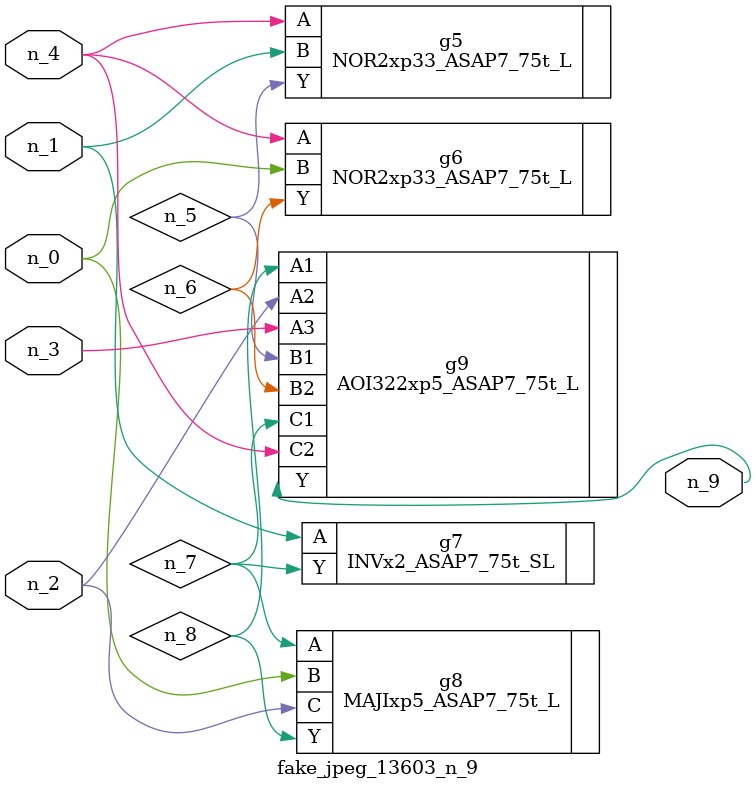
<source format=v>
module fake_jpeg_13603_n_9 (n_3, n_2, n_1, n_0, n_4, n_9);

input n_3;
input n_2;
input n_1;
input n_0;
input n_4;

output n_9;

wire n_8;
wire n_6;
wire n_5;
wire n_7;

NOR2xp33_ASAP7_75t_L g5 ( 
.A(n_4),
.B(n_1),
.Y(n_5)
);

NOR2xp33_ASAP7_75t_L g6 ( 
.A(n_4),
.B(n_0),
.Y(n_6)
);

INVx2_ASAP7_75t_SL g7 ( 
.A(n_1),
.Y(n_7)
);

MAJIxp5_ASAP7_75t_L g8 ( 
.A(n_7),
.B(n_0),
.C(n_2),
.Y(n_8)
);

AOI322xp5_ASAP7_75t_L g9 ( 
.A1(n_8),
.A2(n_2),
.A3(n_3),
.B1(n_5),
.B2(n_6),
.C1(n_7),
.C2(n_4),
.Y(n_9)
);


endmodule
</source>
